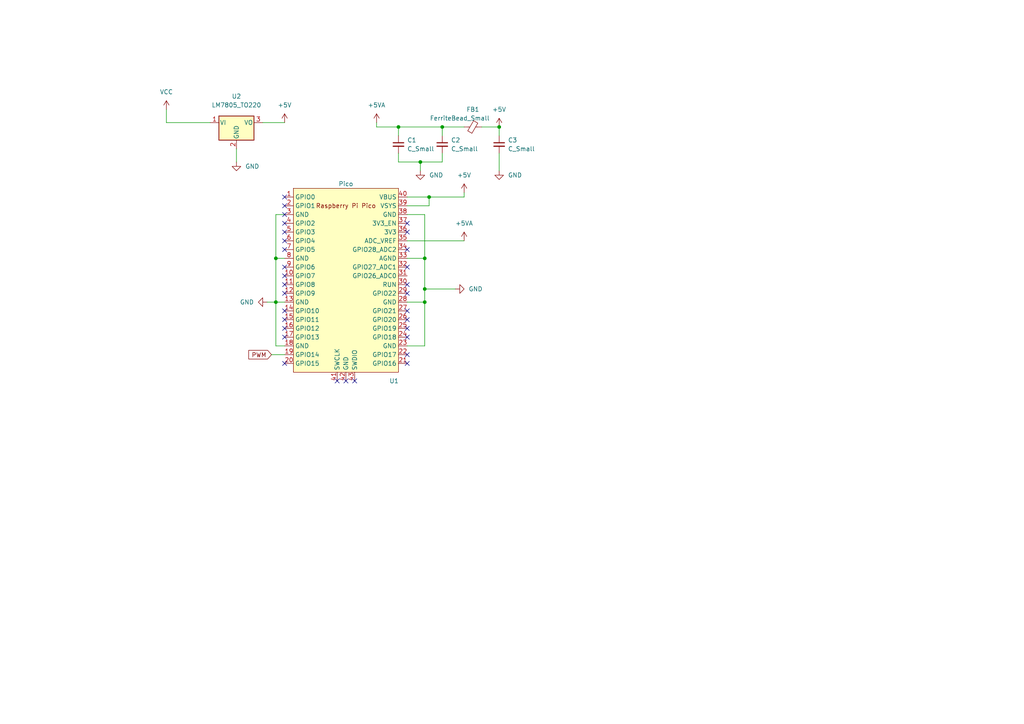
<source format=kicad_sch>
(kicad_sch (version 20211123) (generator eeschema)
  (paper "A4")
  (lib_symbols
    (symbol "Device:C_Small" (pin_numbers hide) (pin_names (offset 0.254) hide)
      (property "Reference" "C" (at 0.254 1.778 0))
      (property "Value" "C_Small" (at 0.254 -2.032 0))
      (symbol "C_Small_0_1"
        (polyline (pts (xy -1.524 -0.508) (xy 1.524 -0.508)) (stroke (width 0.3302)))
        (polyline (pts (xy -1.524 0.508) (xy 1.524 0.508)) (stroke (width 0.3048)))
      )
      (symbol "C_Small_1_1"
        (pin passive line (at 0 2.54 270) (length 2.032) (name "~") (number "1"))
        (pin passive line (at 0 -2.54 90) (length 2.032) (name "~") (number "2"))
      )
    )
    (symbol "Device:FerriteBead_Small" (pin_numbers hide) (pin_names (offset 0))
      (property "Reference" "FB" (at 1.905 1.27 0))
      (property "Value" "FerriteBead_Small" (at 1.905 -1.27 0))
      (symbol "FerriteBead_Small_0_1"
        (polyline (pts (xy 0 -1.27) (xy 0 -0.7874)))
        (polyline (pts (xy 0 0.889) (xy 0 1.2954)))
        (polyline (pts (xy -1.8288 0.2794) (xy -1.1176 1.4986) (xy 1.8288 -0.2032) (xy 1.1176 -1.4224) (xy -1.8288 0.2794)))
      )
      (symbol "FerriteBead_Small_1_1"
        (pin passive line (at 0 2.54 270) (length 1.27) (name "~") (number "1"))
        (pin passive line (at 0 -2.54 90) (length 1.27) (name "~") (number "2"))
      )
    )
    (symbol "MCU_RaspberryPi_and_Boards:Pico"
      (property "Reference" "U" (at -13.97 27.94 0))
      (property "Value" "Pico" (at 0 19.05 0))
      (symbol "Pico_0_0"
        (text "Raspberry Pi Pico" (at 0 21.59 0) (effects (font (size 1.27 1.27))))
      )
      (symbol "Pico_0_1"
        (rectangle (start -15.24 26.67) (end 15.24 -26.67) (fill (type background)))
      )
      (symbol "Pico_1_1"
        (pin bidirectional line (at -17.78 24.13 0) (length 2.54) (name "GPIO0") (number "1"))
        (pin bidirectional line (at -17.78 1.27 0) (length 2.54) (name "GPIO7") (number "10"))
        (pin bidirectional line (at -17.78 -1.27 0) (length 2.54) (name "GPIO8") (number "11"))
        (pin bidirectional line (at -17.78 -3.81 0) (length 2.54) (name "GPIO9") (number "12"))
        (pin power_in line (at -17.78 -6.35 0) (length 2.54) (name "GND") (number "13"))
        (pin bidirectional line (at -17.78 -8.89 0) (length 2.54) (name "GPIO10") (number "14"))
        (pin bidirectional line (at -17.78 -11.43 0) (length 2.54) (name "GPIO11") (number "15"))
        (pin bidirectional line (at -17.78 -13.97 0) (length 2.54) (name "GPIO12") (number "16"))
        (pin bidirectional line (at -17.78 -16.51 0) (length 2.54) (name "GPIO13") (number "17"))
        (pin power_in line (at -17.78 -19.05 0) (length 2.54) (name "GND") (number "18"))
        (pin bidirectional line (at -17.78 -21.59 0) (length 2.54) (name "GPIO14") (number "19"))
        (pin bidirectional line (at -17.78 21.59 0) (length 2.54) (name "GPIO1") (number "2"))
        (pin bidirectional line (at -17.78 -24.13 0) (length 2.54) (name "GPIO15") (number "20"))
        (pin bidirectional line (at 17.78 -24.13 180) (length 2.54) (name "GPIO16") (number "21"))
        (pin bidirectional line (at 17.78 -21.59 180) (length 2.54) (name "GPIO17") (number "22"))
        (pin power_in line (at 17.78 -19.05 180) (length 2.54) (name "GND") (number "23"))
        (pin bidirectional line (at 17.78 -16.51 180) (length 2.54) (name "GPIO18") (number "24"))
        (pin bidirectional line (at 17.78 -13.97 180) (length 2.54) (name "GPIO19") (number "25"))
        (pin bidirectional line (at 17.78 -11.43 180) (length 2.54) (name "GPIO20") (number "26"))
        (pin bidirectional line (at 17.78 -8.89 180) (length 2.54) (name "GPIO21") (number "27"))
        (pin power_in line (at 17.78 -6.35 180) (length 2.54) (name "GND") (number "28"))
        (pin bidirectional line (at 17.78 -3.81 180) (length 2.54) (name "GPIO22") (number "29"))
        (pin power_in line (at -17.78 19.05 0) (length 2.54) (name "GND") (number "3"))
        (pin input line (at 17.78 -1.27 180) (length 2.54) (name "RUN") (number "30"))
        (pin bidirectional line (at 17.78 1.27 180) (length 2.54) (name "GPIO26_ADC0") (number "31"))
        (pin bidirectional line (at 17.78 3.81 180) (length 2.54) (name "GPIO27_ADC1") (number "32"))
        (pin power_in line (at 17.78 6.35 180) (length 2.54) (name "AGND") (number "33"))
        (pin bidirectional line (at 17.78 8.89 180) (length 2.54) (name "GPIO28_ADC2") (number "34"))
        (pin power_in line (at 17.78 11.43 180) (length 2.54) (name "ADC_VREF") (number "35"))
        (pin power_in line (at 17.78 13.97 180) (length 2.54) (name "3V3") (number "36"))
        (pin input line (at 17.78 16.51 180) (length 2.54) (name "3V3_EN") (number "37"))
        (pin bidirectional line (at 17.78 19.05 180) (length 2.54) (name "GND") (number "38"))
        (pin power_in line (at 17.78 21.59 180) (length 2.54) (name "VSYS") (number "39"))
        (pin bidirectional line (at -17.78 16.51 0) (length 2.54) (name "GPIO2") (number "4"))
        (pin power_in line (at 17.78 24.13 180) (length 2.54) (name "VBUS") (number "40"))
        (pin input line (at -2.54 -29.21 90) (length 2.54) (name "SWCLK") (number "41"))
        (pin power_in line (at 0 -29.21 90) (length 2.54) (name "GND") (number "42"))
        (pin bidirectional line (at 2.54 -29.21 90) (length 2.54) (name "SWDIO") (number "43"))
        (pin bidirectional line (at -17.78 13.97 0) (length 2.54) (name "GPIO3") (number "5"))
        (pin bidirectional line (at -17.78 11.43 0) (length 2.54) (name "GPIO4") (number "6"))
        (pin bidirectional line (at -17.78 8.89 0) (length 2.54) (name "GPIO5") (number "7"))
        (pin power_in line (at -17.78 6.35 0) (length 2.54) (name "GND") (number "8"))
        (pin bidirectional line (at -17.78 3.81 0) (length 2.54) (name "GPIO6") (number "9"))
      )
    )
    (symbol "Regulator_Linear:LM7805_TO220" (pin_names (offset 0.254))
      (property "Reference" "U" (at -3.81 3.175 0))
      (property "Value" "LM7805_TO220" (at 0 3.175 0))
      (symbol "LM7805_TO220_0_1"
        (rectangle (start -5.08 1.905) (end 5.08 -5.08) (stroke (width 0.254)) (fill (type background)))
      )
      (symbol "LM7805_TO220_1_1"
        (pin power_in line (at -7.62 0 0) (length 2.54) (name "VI") (number "1"))
        (pin power_in line (at 0 -7.62 90) (length 2.54) (name "GND") (number "2"))
        (pin power_out line (at 7.62 0 180) (length 2.54) (name "VO") (number "3"))
      )
    )
    (symbol "power:+5V" (power) (pin_names (offset 0))
      (property "Value" "+5V" (at 0 3.556 0))
      (symbol "+5V_0_1"
        (polyline (pts (xy -0.762 1.27) (xy 0 2.54)))
        (polyline (pts (xy 0 0) (xy 0 2.54)))
        (polyline (pts (xy 0 2.54) (xy 0.762 1.27)))
      )
      (symbol "+5V_1_1"
        (pin power_in line (at 0 0 90) (length 0) hide (name "+5V") (number "1"))
      )
    )
    (symbol "power:+5VA" (power) (pin_names (offset 0))
      (property "Value" "+5VA" (at 0 3.556 0))
      (symbol "+5VA_0_1"
        (polyline (pts (xy -0.762 1.27) (xy 0 2.54)))
        (polyline (pts (xy 0 0) (xy 0 2.54)))
        (polyline (pts (xy 0 2.54) (xy 0.762 1.27)))
      )
      (symbol "+5VA_1_1"
        (pin power_in line (at 0 0 90) (length 0) hide (name "+5VA") (number "1"))
      )
    )
    (symbol "power:GND" (power) (pin_names (offset 0))
      (property "Value" "GND" (at 0 -3.81 0))
      (symbol "GND_0_1"
        (polyline (pts (xy 0 0) (xy 0 -1.27) (xy 1.27 -1.27) (xy 0 -2.54) (xy -1.27 -1.27) (xy 0 -1.27)))
      )
      (symbol "GND_1_1"
        (pin power_in line (at 0 0 270) (length 0) hide (name "GND") (number "1"))
      )
    )
    (symbol "power:VCC" (power) (pin_names (offset 0))
      (property "Value" "VCC" (at 0 3.81 0))
      (symbol "VCC_0_1"
        (polyline (pts (xy -0.762 1.27) (xy 0 2.54)))
        (polyline (pts (xy 0 0) (xy 0 2.54)))
        (polyline (pts (xy 0 2.54) (xy 0.762 1.27)))
      )
      (symbol "VCC_1_1"
        (pin power_in line (at 0 0 90) (length 0) hide (name "VCC") (number "1"))
      )
    )
  )
  (junction (at 123.19 83.82))
  (junction (at 121.92 46.99))
  (junction (at 144.78 36.83))
  (junction (at 123.19 87.63))
  (junction (at 115.57 36.83))
  (junction (at 124.46 57.15))
  (junction (at 80.01 87.63))
  (junction (at 128.27 36.83))
  (junction (at 123.19 74.93))
  (junction (at 80.01 74.93))
  (no_connect (at 82.55 82.55))
  (no_connect (at 82.55 80.01))
  (no_connect (at 82.55 90.17))
  (no_connect (at 82.55 95.25))
  (no_connect (at 82.55 59.69))
  (no_connect (at 118.11 95.25))
  (no_connect (at 118.11 97.79))
  (no_connect (at 82.55 69.85))
  (no_connect (at 118.11 90.17))
  (no_connect (at 97.79 110.49))
  (no_connect (at 118.11 77.47))
  (no_connect (at 82.55 105.41))
  (no_connect (at 82.55 62.23))
  (no_connect (at 82.55 72.39))
  (no_connect (at 118.11 105.41))
  (no_connect (at 82.55 92.71))
  (no_connect (at 118.11 64.77))
  (no_connect (at 118.11 72.39))
  (no_connect (at 100.33 110.49))
  (no_connect (at 118.11 82.55))
  (no_connect (at 82.55 64.77))
  (no_connect (at 82.55 67.31))
  (no_connect (at 102.87 110.49))
  (no_connect (at 82.55 77.47))
  (no_connect (at 118.11 102.87))
  (no_connect (at 118.11 67.31))
  (no_connect (at 82.55 57.15))
  (no_connect (at 118.11 85.09))
  (no_connect (at 82.55 97.79))
  (no_connect (at 118.11 92.71))
  (no_connect (at 82.55 85.09))
  (wire (pts (xy 118.11 74.93) (xy 123.19 74.93)))
  (wire (pts (xy 80.01 87.63) (xy 82.55 87.63)))
  (wire (pts (xy 115.57 36.83) (xy 115.57 39.37)))
  (wire (pts (xy 128.27 44.45) (xy 128.27 46.99)))
  (wire (pts (xy 80.01 100.33) (xy 82.55 100.33)))
  (wire (pts (xy 115.57 44.45) (xy 115.57 46.99)))
  (wire (pts (xy 123.19 83.82) (xy 123.19 87.63)))
  (wire (pts (xy 118.11 59.69) (xy 124.46 59.69)))
  (wire (pts (xy 123.19 83.82) (xy 132.08 83.82)))
  (wire (pts (xy 115.57 46.99) (xy 121.92 46.99)))
  (wire (pts (xy 123.19 74.93) (xy 123.19 83.82)))
  (wire (pts (xy 109.22 35.56) (xy 109.22 36.83)))
  (wire (pts (xy 128.27 36.83) (xy 134.62 36.83)))
  (wire (pts (xy 128.27 36.83) (xy 128.27 39.37)))
  (wire (pts (xy 118.11 87.63) (xy 123.19 87.63)))
  (wire (pts (xy 77.47 87.63) (xy 80.01 87.63)))
  (wire (pts (xy 123.19 87.63) (xy 123.19 100.33)))
  (wire (pts (xy 78.74 102.87) (xy 82.55 102.87)))
  (wire (pts (xy 124.46 59.69) (xy 124.46 57.15)))
  (wire (pts (xy 48.26 35.56) (xy 60.96 35.56)))
  (wire (pts (xy 80.01 74.93) (xy 82.55 74.93)))
  (wire (pts (xy 134.62 55.88) (xy 134.62 57.15)))
  (wire (pts (xy 118.11 62.23) (xy 123.19 62.23)))
  (wire (pts (xy 80.01 87.63) (xy 80.01 74.93)))
  (wire (pts (xy 123.19 62.23) (xy 123.19 74.93)))
  (wire (pts (xy 124.46 57.15) (xy 134.62 57.15)))
  (wire (pts (xy 68.58 43.18) (xy 68.58 46.99)))
  (wire (pts (xy 109.22 36.83) (xy 115.57 36.83)))
  (wire (pts (xy 121.92 46.99) (xy 128.27 46.99)))
  (wire (pts (xy 144.78 36.83) (xy 144.78 39.37)))
  (wire (pts (xy 139.7 36.83) (xy 144.78 36.83)))
  (wire (pts (xy 118.11 57.15) (xy 124.46 57.15)))
  (wire (pts (xy 80.01 62.23) (xy 82.55 62.23)))
  (wire (pts (xy 118.11 69.85) (xy 134.62 69.85)))
  (wire (pts (xy 144.78 44.45) (xy 144.78 49.53)))
  (wire (pts (xy 80.01 87.63) (xy 80.01 100.33)))
  (wire (pts (xy 121.92 46.99) (xy 121.92 49.53)))
  (wire (pts (xy 118.11 100.33) (xy 123.19 100.33)))
  (wire (pts (xy 80.01 74.93) (xy 80.01 62.23)))
  (wire (pts (xy 48.26 31.75) (xy 48.26 35.56)))
  (wire (pts (xy 76.2 35.56) (xy 82.55 35.56)))
  (wire (pts (xy 115.57 36.83) (xy 128.27 36.83)))
  (global_label "PWM" (shape input) (at 78.74 102.87 180) (property "Intersheet References" "${INTERSHEET_REFS}" (effects hide)))
  (symbol (lib_id "power:VCC") (at 48.26 31.75 0) (unit 1)
    (property "Reference" "#PWR0111" (effects hide))
    (property "Value" "VCC" (at 48.26 26.67 0))
  )
  (symbol (lib_id "Regulator_Linear:LM7805_TO220") (at 68.58 35.56 0) (unit 1)
    (property "Reference" "U2" (at 68.58 27.94 0))
    (property "Value" "LM7805_TO220" (at 68.58 30.48 0))
    (property "Footprint" "Package_TO_SOT_THT:TO-220-3_Vertical" (effects hide))
    (property "Datasheet" "https://www.onsemi.cn/PowerSolutions/document/MC7800-D.PDF" (effects hide))
  )
  (symbol (lib_id "power:GND") (at 144.78 49.53 0) (unit 1)
    (property "Reference" "#PWR0107" (effects hide))
    (property "Value" "GND" (at 147.32 50.7999 0) (effects (justify left)))
  )
  (symbol (lib_id "MCU_RaspberryPi_and_Boards:Pico") (at 100.33 81.28 0) (unit 1)
    (property "Reference" "U1" (at 114.3 110.49 0))
    (property "Value" "Pico" (at 100.33 53.34 0))
    (property "Footprint" "RPi_Pico:RPi_Pico_SMD_TH" (effects hide))
  )
  (symbol (lib_id "power:GND") (at 77.47 87.63 270) (unit 1)
    (property "Reference" "#PWR0102" (effects hide))
    (property "Value" "GND" (at 73.66 87.6299 90) (effects (justify right)))
  )
  (symbol (lib_id "power:+5VA") (at 109.22 35.56 0) (unit 1)
    (property "Reference" "#PWR0109" (effects hide))
    (property "Value" "+5VA" (at 109.22 30.48 0))
  )
  (symbol (lib_id "Device:C_Small") (at 128.27 41.91 0) (unit 1)
    (property "Reference" "C2" (at 130.81 40.6462 0) (effects (justify left)))
    (property "Value" "C_Small" (at 130.81 43.1862 0) (effects (justify left)))
  )
  (symbol (lib_id "Device:C_Small") (at 144.78 41.91 0) (unit 1)
    (property "Reference" "C3" (at 147.32 40.6462 0) (effects (justify left)))
    (property "Value" "C_Small" (at 147.32 43.1862 0) (effects (justify left)))
  )
  (symbol (lib_id "power:GND") (at 132.08 83.82 90) (unit 1)
    (property "Reference" "#PWR0104" (effects hide))
    (property "Value" "GND" (at 135.89 83.8199 90) (effects (justify right)))
  )
  (symbol (lib_id "power:GND") (at 68.58 46.99 0) (unit 1)
    (property "Reference" "#PWR0110" (effects hide))
    (property "Value" "GND" (at 71.12 48.2599 0) (effects (justify left)))
  )
  (symbol (lib_id "power:GND") (at 121.92 49.53 0) (unit 1)
    (property "Reference" "#PWR0105" (effects hide))
    (property "Value" "GND" (at 124.46 50.7999 0) (effects (justify left)))
  )
  (symbol (lib_id "power:+5V") (at 134.62 55.88 0) (unit 1)
    (property "Reference" "#PWR0101" (effects hide))
    (property "Value" "+5V" (at 134.62 50.8 0))
  )
  (symbol (lib_id "Device:C_Small") (at 115.57 41.91 0) (unit 1)
    (property "Reference" "C1" (at 118.11 40.6462 0) (effects (justify left)))
    (property "Value" "C_Small" (at 118.11 43.1862 0) (effects (justify left)))
  )
  (symbol (lib_id "power:+5V") (at 82.55 35.56 0) (unit 1)
    (property "Reference" "#PWR0108" (effects hide))
    (property "Value" "+5V" (at 82.55 30.48 0))
  )
  (symbol (lib_id "power:+5V") (at 144.78 36.83 0) (unit 1)
    (property "Reference" "#PWR0106" (effects hide))
    (property "Value" "+5V" (at 144.78 31.75 0))
  )
  (symbol (lib_id "power:+5VA") (at 134.62 69.85 0) (unit 1)
    (property "Reference" "#PWR0103" (effects hide))
    (property "Value" "+5VA" (at 134.62 64.77 0))
  )
  (symbol (lib_id "Device:FerriteBead_Small") (at 137.16 36.83 90) (unit 1)
    (property "Reference" "FB1" (at 137.16 31.75 90))
    (property "Value" "FerriteBead_Small" (at 133.35 34.29 90))
  )
)
</source>
